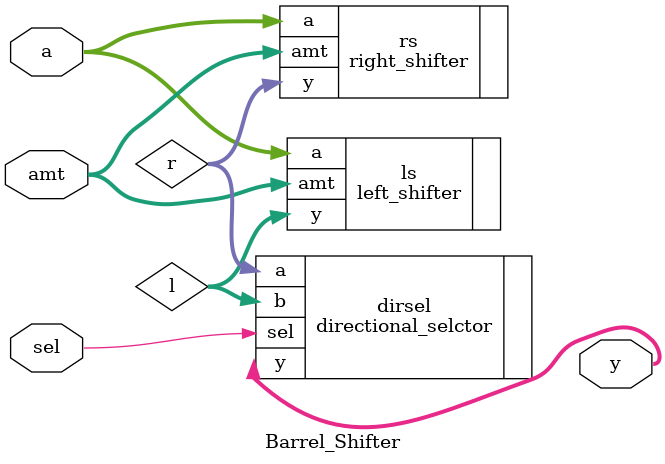
<source format=v>
`timescale 1ns / 1ps
module Barrel_Shifter(
	  input wire [7:0] a,
     input wire [2:0] amt,
	  input sel,
     output wire [7:0] y

    );
		wire [7:0] r;
		wire [7:0] l;
		
		right_shifter rs (.a(a), .amt(amt), .y(r));
		left_shifter ls (.a(a), .amt(amt), .y(l));
		directional_selctor dirsel(.sel(sel), .a(r), .b(l), .y(y));

endmodule 
</source>
